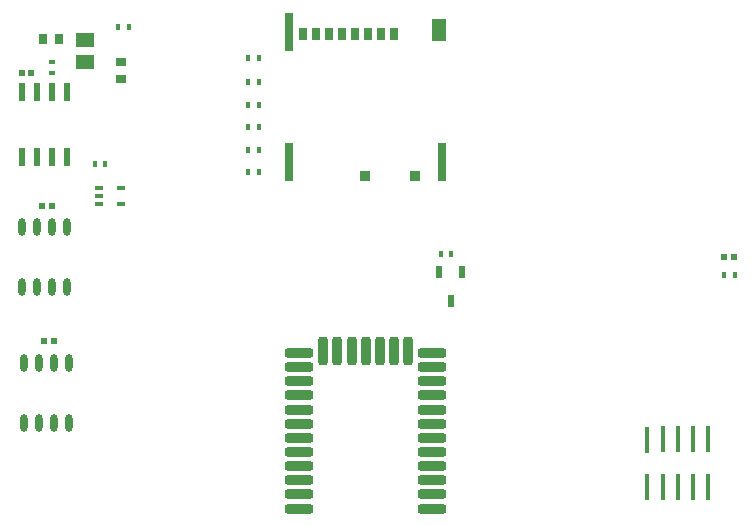
<source format=gbp>
%FSTAX23Y23*%
%MOIN*%
%SFA1B1*%

%IPPOS*%
%AMD58*
4,1,8,-0.047000,0.007500,-0.047000,-0.007500,-0.039000,-0.015500,0.039000,-0.015500,0.047000,-0.007500,0.047000,0.007500,0.039000,0.015500,-0.039000,0.015500,-0.047000,0.007500,0.0*
1,1,0.016000,-0.039000,0.007500*
1,1,0.016000,-0.039000,-0.007500*
1,1,0.016000,0.039000,-0.007500*
1,1,0.016000,0.039000,0.007500*
%
%AMD59*
4,1,8,0.007500,0.047000,-0.007500,0.047000,-0.015500,0.039000,-0.015500,-0.039000,-0.007500,-0.047000,0.007500,-0.047000,0.015500,-0.039000,0.015500,0.039000,0.007500,0.047000,0.0*
1,1,0.016000,0.007500,0.039000*
1,1,0.016000,-0.007500,0.039000*
1,1,0.016000,-0.007500,-0.039000*
1,1,0.016000,0.007500,-0.039000*
%
%ADD11R,0.022000X0.018000*%
%ADD17R,0.018000X0.022000*%
%ADD18R,0.020000X0.020000*%
%ADD48R,0.035000X0.037000*%
%ADD49R,0.028000X0.131000*%
%ADD50R,0.028000X0.043000*%
%ADD51R,0.045000X0.072000*%
%ADD52R,0.059000X0.051000*%
%ADD53O,0.024000X0.059000*%
%ADD54R,0.024000X0.039000*%
%ADD55R,0.035000X0.028000*%
%ADD56R,0.028000X0.035000*%
%ADD57R,0.024000X0.060000*%
G04~CAMADD=58~8~0.0~0.0~310.0~940.0~80.0~0.0~15~0.0~0.0~0.0~0.0~0~0.0~0.0~0.0~0.0~0~0.0~0.0~0.0~90.0~940.0~310.0*
%ADD58D58*%
G04~CAMADD=59~8~0.0~0.0~310.0~940.0~80.0~0.0~15~0.0~0.0~0.0~0.0~0~0.0~0.0~0.0~0.0~0~0.0~0.0~0.0~0.0~310.0~940.0*
%ADD59D59*%
%ADD60R,0.016000X0.086000*%
%ADD61R,0.028000X0.016000*%
%LNkavi_pcb_r5-1*%
%LPD*%
G54D11*
X00453Y01292D03*
Y01328D03*
G54D17*
X0273Y00618D03*
X02694D03*
X01786Y00689D03*
X01751D03*
X01143Y0134D03*
X01107D03*
X01143Y0126D03*
X01107D03*
X01143Y01185D03*
X01107D03*
X01143Y0111D03*
X01107D03*
X01143Y0096D03*
X01107D03*
X01143Y01035D03*
X01107D03*
X00632Y00986D03*
X00597D03*
X00674Y01443D03*
X0071D03*
G54D18*
X02727Y00679D03*
X02695D03*
X00453Y00847D03*
X00421D03*
X00385Y01292D03*
X00353D03*
X0046Y00397D03*
X00428D03*
G54D48*
X01499Y00948D03*
X01664Y00946D03*
G54D49*
X01245Y00993D03*
X01755D03*
X01245Y01427D03*
G54D50*
X01594Y01421D03*
X0155D03*
X01507D03*
X01464D03*
X0142D03*
X01377D03*
X01334D03*
X0129D03*
G54D51*
X01746Y01435D03*
G54D52*
X00565Y01328D03*
Y01402D03*
G54D53*
X0041Y00123D03*
X0046D03*
X00403Y00576D03*
X00453D03*
X00503D03*
X00353D03*
X00503Y00776D03*
X00453D03*
X00403D03*
X00353D03*
X0051Y00123D03*
X0036D03*
X0051Y00323D03*
X0046D03*
X0041D03*
X0036D03*
G54D54*
X01783Y00532D03*
X0182Y00626D03*
X01746D03*
G54D55*
X00684Y01272D03*
Y01328D03*
G54D56*
X00423Y01403D03*
X00479D03*
G54D57*
X00354Y01227D03*
X00404D03*
X00454D03*
X00504D03*
X00354Y01011D03*
X00404D03*
X00454D03*
X00504D03*
G54D58*
X01278Y-00162D03*
Y-00114D03*
Y-00066D03*
Y-0002D03*
Y00027D03*
Y00075D03*
Y00122D03*
Y00169D03*
Y00216D03*
Y00264D03*
Y00311D03*
X01279Y00358D03*
X01722D03*
Y00311D03*
Y00264D03*
Y00216D03*
Y00169D03*
Y00122D03*
Y00075D03*
Y00027D03*
Y-0002D03*
Y-00067D03*
Y-00114D03*
Y-00162D03*
G54D59*
X01358Y00364D03*
X01406D03*
X01453D03*
X015D03*
X01547D03*
X01594D03*
X01642D03*
G54D60*
X0259Y-0009D03*
Y0007D03*
X0264Y-0009D03*
X0254D03*
X0249D03*
X02438Y-00089D03*
X0264Y0007D03*
X0254D03*
X0249D03*
X02438Y00069D03*
G54D61*
X00685Y00854D03*
Y00906D03*
X00611D03*
Y0088D03*
Y00854D03*
M02*
</source>
